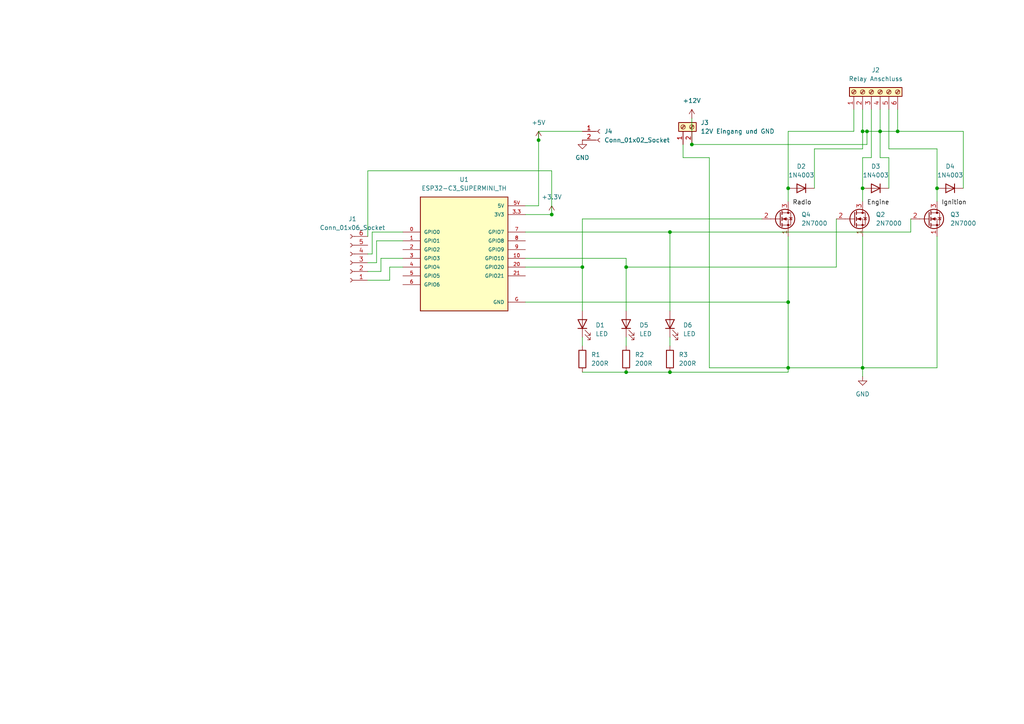
<source format=kicad_sch>
(kicad_sch (version 20250114) (generator "eeschema") (generator_version "9.0")
  (paper "A4")
  (lib_symbols
    (symbol "Connector:Conn_01x02_Socket" (pin_names (offset 1.016) (hide yes))
      (property "Reference" "J" (at 0 2.54 0))
      (property "Value" "Conn_01x02_Socket" (at 0 -5.08 0))
      (symbol "Conn_01x02_Socket_1_1"
        (polyline (pts (xy -1.27 0) (xy -0.508 0)) (stroke (width 0.1524)))
        (polyline (pts (xy -1.27 -2.54) (xy -0.508 -2.54)) (stroke (width 0.1524)))
        (arc (start 0 -0.508) (mid -0.5058 0) (end 0 0.508) (stroke (width 0.1524)))
        (arc (start 0 -3.048) (mid -0.5058 -2.54) (end 0 -2.032) (stroke (width 0.1524)))
        (pin passive line (at -5.08 0 0) (length 3.81) (name "Pin_1") (number "1"))
        (pin passive line (at -5.08 -2.54 0) (length 3.81) (name "Pin_2") (number "2"))
      )
    )
    (symbol "Connector:Conn_01x06_Socket" (pin_names (offset 1.016) (hide yes))
      (property "Reference" "J" (at 0 7.62 0))
      (property "Value" "Conn_01x06_Socket" (at 0 -10.16 0))
      (symbol "Conn_01x06_Socket_1_1"
        (polyline (pts (xy -1.27 5.08) (xy -0.508 5.08)) (stroke (width 0.1524)))
        (polyline (pts (xy -1.27 2.54) (xy -0.508 2.54)) (stroke (width 0.1524)))
        (polyline (pts (xy -1.27 0) (xy -0.508 0)) (stroke (width 0.1524)))
        (polyline (pts (xy -1.27 -2.54) (xy -0.508 -2.54)) (stroke (width 0.1524)))
        (polyline (pts (xy -1.27 -5.08) (xy -0.508 -5.08)) (stroke (width 0.1524)))
        (polyline (pts (xy -1.27 -7.62) (xy -0.508 -7.62)) (stroke (width 0.1524)))
        (arc (start 0 4.572) (mid -0.5058 5.08) (end 0 5.588) (stroke (width 0.1524)))
        (arc (start 0 2.032) (mid -0.5058 2.54) (end 0 3.048) (stroke (width 0.1524)))
        (arc (start 0 -0.508) (mid -0.5058 0) (end 0 0.508) (stroke (width 0.1524)))
        (arc (start 0 -3.048) (mid -0.5058 -2.54) (end 0 -2.032) (stroke (width 0.1524)))
        (arc (start 0 -5.588) (mid -0.5058 -5.08) (end 0 -4.572) (stroke (width 0.1524)))
        (arc (start 0 -8.128) (mid -0.5058 -7.62) (end 0 -7.112) (stroke (width 0.1524)))
        (pin passive line (at -5.08 5.08 0) (length 3.81) (name "Pin_1") (number "1"))
        (pin passive line (at -5.08 2.54 0) (length 3.81) (name "Pin_2") (number "2"))
        (pin passive line (at -5.08 0 0) (length 3.81) (name "Pin_3") (number "3"))
        (pin passive line (at -5.08 -2.54 0) (length 3.81) (name "Pin_4") (number "4"))
        (pin passive line (at -5.08 -5.08 0) (length 3.81) (name "Pin_5") (number "5"))
        (pin passive line (at -5.08 -7.62 0) (length 3.81) (name "Pin_6") (number "6"))
      )
    )
    (symbol "Connector:Screw_Terminal_01x02" (pin_names (offset 1.016) (hide yes))
      (property "Reference" "J" (at 0 2.54 0))
      (property "Value" "Screw_Terminal_01x02" (at 0 -5.08 0))
      (symbol "Screw_Terminal_01x02_1_1"
        (rectangle (start -1.27 1.27) (end 1.27 -3.81) (stroke (width 0.254)) (fill (type background)))
        (polyline (pts (xy -0.5334 0.3302) (xy 0.3302 -0.508)) (stroke (width 0.1524)))
        (polyline (pts (xy -0.5334 -2.2098) (xy 0.3302 -3.048)) (stroke (width 0.1524)))
        (polyline (pts (xy -0.3556 0.508) (xy 0.508 -0.3302)) (stroke (width 0.1524)))
        (polyline (pts (xy -0.3556 -2.032) (xy 0.508 -2.8702)) (stroke (width 0.1524)))
        (circle (center 0 0) (radius 0.635) (stroke (width 0.1524)))
        (circle (center 0 -2.54) (radius 0.635) (stroke (width 0.1524)))
        (pin passive line (at -5.08 0 0) (length 3.81) (name "Pin_1") (number "1"))
        (pin passive line (at -5.08 -2.54 0) (length 3.81) (name "Pin_2") (number "2"))
      )
    )
    (symbol "Connector:Screw_Terminal_01x06" (pin_names (offset 1.016) (hide yes))
      (property "Reference" "J" (at 0 7.62 0))
      (property "Value" "Screw_Terminal_01x06" (at 0 -10.16 0))
      (symbol "Screw_Terminal_01x06_1_1"
        (rectangle (start -1.27 6.35) (end 1.27 -8.89) (stroke (width 0.254)) (fill (type background)))
        (polyline (pts (xy -0.5334 5.4102) (xy 0.3302 4.572)) (stroke (width 0.1524)))
        (polyline (pts (xy -0.5334 2.8702) (xy 0.3302 2.032)) (stroke (width 0.1524)))
        (polyline (pts (xy -0.5334 0.3302) (xy 0.3302 -0.508)) (stroke (width 0.1524)))
        (polyline (pts (xy -0.5334 -2.2098) (xy 0.3302 -3.048)) (stroke (width 0.1524)))
        (polyline (pts (xy -0.5334 -4.7498) (xy 0.3302 -5.588)) (stroke (width 0.1524)))
        (polyline (pts (xy -0.5334 -7.2898) (xy 0.3302 -8.128)) (stroke (width 0.1524)))
        (polyline (pts (xy -0.3556 5.588) (xy 0.508 4.7498)) (stroke (width 0.1524)))
        (polyline (pts (xy -0.3556 3.048) (xy 0.508 2.2098)) (stroke (width 0.1524)))
        (polyline (pts (xy -0.3556 0.508) (xy 0.508 -0.3302)) (stroke (width 0.1524)))
        (polyline (pts (xy -0.3556 -2.032) (xy 0.508 -2.8702)) (stroke (width 0.1524)))
        (polyline (pts (xy -0.3556 -4.572) (xy 0.508 -5.4102)) (stroke (width 0.1524)))
        (polyline (pts (xy -0.3556 -7.112) (xy 0.508 -7.9502)) (stroke (width 0.1524)))
        (circle (center 0 5.08) (radius 0.635) (stroke (width 0.1524)))
        (circle (center 0 2.54) (radius 0.635) (stroke (width 0.1524)))
        (circle (center 0 0) (radius 0.635) (stroke (width 0.1524)))
        (circle (center 0 -2.54) (radius 0.635) (stroke (width 0.1524)))
        (circle (center 0 -5.08) (radius 0.635) (stroke (width 0.1524)))
        (circle (center 0 -7.62) (radius 0.635) (stroke (width 0.1524)))
        (pin passive line (at -5.08 5.08 0) (length 3.81) (name "Pin_1") (number "1"))
        (pin passive line (at -5.08 2.54 0) (length 3.81) (name "Pin_2") (number "2"))
        (pin passive line (at -5.08 0 0) (length 3.81) (name "Pin_3") (number "3"))
        (pin passive line (at -5.08 -2.54 0) (length 3.81) (name "Pin_4") (number "4"))
        (pin passive line (at -5.08 -5.08 0) (length 3.81) (name "Pin_5") (number "5"))
        (pin passive line (at -5.08 -7.62 0) (length 3.81) (name "Pin_6") (number "6"))
      )
    )
    (symbol "Device:LED" (pin_numbers (hide yes)) (pin_names (offset 1.016) (hide yes))
      (property "Reference" "D" (at 0 2.54 0))
      (property "Value" "LED" (at 0 -2.54 0))
      (symbol "LED_0_1"
        (polyline (pts (xy -3.048 -0.762) (xy -4.572 -2.286) (xy -3.81 -2.286) (xy -4.572 -2.286) (xy -4.572 -1.524)))
        (polyline (pts (xy -1.778 -0.762) (xy -3.302 -2.286) (xy -2.54 -2.286) (xy -3.302 -2.286) (xy -3.302 -1.524)))
        (polyline (pts (xy -1.27 0) (xy 1.27 0)))
        (polyline (pts (xy -1.27 -1.27) (xy -1.27 1.27)) (stroke (width 0.254)))
        (polyline (pts (xy 1.27 -1.27) (xy 1.27 1.27) (xy -1.27 0) (xy 1.27 -1.27)) (stroke (width 0.254)))
      )
      (symbol "LED_1_1"
        (pin passive line (at -3.81 0 0) (length 2.54) (name "K") (number "1"))
        (pin passive line (at 3.81 0 180) (length 2.54) (name "A") (number "2"))
      )
    )
    (symbol "Device:R" (pin_numbers (hide yes)) (pin_names (offset 0))
      (property "Reference" "R" (at 2.032 0 90))
      (property "Value" "R" (at 0 0 90))
      (symbol "R_0_1"
        (rectangle (start -1.016 -2.54) (end 1.016 2.54) (stroke (width 0.254)))
      )
      (symbol "R_1_1"
        (pin passive line (at 0 3.81 270) (length 1.27) (name "~") (number "1"))
        (pin passive line (at 0 -3.81 90) (length 1.27) (name "~") (number "2"))
      )
    )
    (symbol "Diode:1N4003" (pin_numbers (hide yes)) (pin_names (hide yes))
      (property "Reference" "D" (at 0 2.54 0))
      (property "Value" "1N4003" (at 0 -2.54 0))
      (symbol "1N4003_0_1"
        (polyline (pts (xy -1.27 1.27) (xy -1.27 -1.27)) (stroke (width 0.254)))
        (polyline (pts (xy 1.27 1.27) (xy 1.27 -1.27) (xy -1.27 0) (xy 1.27 1.27)) (stroke (width 0.254)))
        (polyline (pts (xy 1.27 0) (xy -1.27 0)))
      )
      (symbol "1N4003_1_1"
        (pin passive line (at -3.81 0 0) (length 2.54) (name "K") (number "1"))
        (pin passive line (at 3.81 0 180) (length 2.54) (name "A") (number "2"))
      )
    )
    (symbol "ESP32-C3-Supermini:ESP32-C3_SUPERMINI_TH" (pin_names (offset 1.016))
      (property "Reference" "U" (at -12.7 16.002 0))
      (property "Value" "ESP32-C3_SUPERMINI_TH" (at -12.7 -20.32 0))
      (symbol "ESP32-C3_SUPERMINI_TH_0_0"
        (rectangle (start -12.7 -17.78) (end 12.7 15.24) (stroke (width 0.254)) (fill (type background)))
        (pin bidirectional line (at -17.78 5.08 0) (length 5.08) (name "GPIO0") (number "0"))
        (pin bidirectional line (at -17.78 2.54 0) (length 5.08) (name "GPIO1") (number "1"))
        (pin bidirectional line (at -17.78 0 0) (length 5.08) (name "GPIO2") (number "2"))
        (pin bidirectional line (at -17.78 -2.54 0) (length 5.08) (name "GPIO3") (number "3"))
        (pin bidirectional line (at -17.78 -5.08 0) (length 5.08) (name "GPIO4") (number "4"))
        (pin bidirectional line (at -17.78 -7.62 0) (length 5.08) (name "GPIO5") (number "5"))
        (pin bidirectional line (at -17.78 -10.16 0) (length 5.08) (name "GPIO6") (number "6"))
        (pin power_in line (at 17.78 12.7 180) (length 5.08) (name "5V") (number "5V"))
        (pin power_in line (at 17.78 10.16 180) (length 5.08) (name "3V3") (number "3.3"))
        (pin bidirectional line (at 17.78 5.08 180) (length 5.08) (name "GPIO7") (number "7"))
        (pin bidirectional line (at 17.78 2.54 180) (length 5.08) (name "GPIO8") (number "8"))
        (pin bidirectional line (at 17.78 0 180) (length 5.08) (name "GPIO9") (number "9"))
        (pin bidirectional line (at 17.78 -2.54 180) (length 5.08) (name "GPIO10") (number "10"))
        (pin bidirectional line (at 17.78 -5.08 180) (length 5.08) (name "GPIO20") (number "20"))
        (pin bidirectional line (at 17.78 -7.62 180) (length 5.08) (name "GPIO21") (number "21"))
        (pin power_in line (at 17.78 -15.24 180) (length 5.08) (name "GND") (number "G"))
      )
    )
    (symbol "Transistor_FET:2N7000" (pin_names (hide yes))
      (property "Reference" "Q" (at 5.08 1.905 0))
      (property "Value" "2N7000" (at 5.08 0 0))
      (symbol "2N7000_0_1"
        (polyline (pts (xy 0.254 1.905) (xy 0.254 -1.905)) (stroke (width 0.254)))
        (polyline (pts (xy 0.254 0) (xy -2.54 0)))
        (polyline (pts (xy 0.762 2.286) (xy 0.762 1.27)) (stroke (width 0.254)))
        (polyline (pts (xy 0.762 0.508) (xy 0.762 -0.508)) (stroke (width 0.254)))
        (polyline (pts (xy 0.762 -1.27) (xy 0.762 -2.286)) (stroke (width 0.254)))
        (polyline (pts (xy 0.762 -1.778) (xy 3.302 -1.778) (xy 3.302 1.778) (xy 0.762 1.778)))
        (polyline (pts (xy 1.016 0) (xy 2.032 0.381) (xy 2.032 -0.381) (xy 1.016 0)) (fill (type outline)))
        (circle (center 1.651 0) (radius 2.794) (stroke (width 0.254)))
        (polyline (pts (xy 2.54 2.54) (xy 2.54 1.778)))
        (circle (center 2.54 1.778) (radius 0.254) (fill (type outline)))
        (circle (center 2.54 -1.778) (radius 0.254) (fill (type outline)))
        (polyline (pts (xy 2.54 -2.54) (xy 2.54 0) (xy 0.762 0)))
        (polyline (pts (xy 2.794 0.508) (xy 2.921 0.381) (xy 3.683 0.381) (xy 3.81 0.254)))
        (polyline (pts (xy 3.302 0.381) (xy 2.921 -0.254) (xy 3.683 -0.254) (xy 3.302 0.381)))
      )
      (symbol "2N7000_1_1"
        (pin input line (at -5.08 0 0) (length 2.54) (name "G") (number "2"))
        (pin passive line (at 2.54 5.08 270) (length 2.54) (name "D") (number "3"))
        (pin passive line (at 2.54 -5.08 90) (length 2.54) (name "S") (number "1"))
      )
    )
    (symbol "power:+12V" (power) (pin_numbers (hide yes)) (pin_names (offset 0) (hide yes))
      (property "Value" "+12V" (at 0 3.556 0))
      (symbol "+12V_0_1"
        (polyline (pts (xy -0.762 1.27) (xy 0 2.54)))
        (polyline (pts (xy 0 2.54) (xy 0.762 1.27)))
        (polyline (pts (xy 0 0) (xy 0 2.54)))
      )
      (symbol "+12V_1_1"
        (pin power_in line (at 0 0 90) (length 0) (name "~") (number "1"))
      )
    )
    (symbol "power:+3.3V" (power) (pin_numbers (hide yes)) (pin_names (offset 0) (hide yes))
      (property "Value" "+3.3V" (at 0 3.556 0))
      (symbol "+3.3V_0_1"
        (polyline (pts (xy -0.762 1.27) (xy 0 2.54)))
        (polyline (pts (xy 0 2.54) (xy 0.762 1.27)))
        (polyline (pts (xy 0 0) (xy 0 2.54)))
      )
      (symbol "+3.3V_1_1"
        (pin power_in line (at 0 0 90) (length 0) (name "~") (number "1"))
      )
    )
    (symbol "power:+5V" (power) (pin_numbers (hide yes)) (pin_names (offset 0) (hide yes))
      (property "Value" "+5V" (at 0 3.556 0))
      (symbol "+5V_0_1"
        (polyline (pts (xy -0.762 1.27) (xy 0 2.54)))
        (polyline (pts (xy 0 2.54) (xy 0.762 1.27)))
        (polyline (pts (xy 0 0) (xy 0 2.54)))
      )
      (symbol "+5V_1_1"
        (pin power_in line (at 0 0 90) (length 0) (name "~") (number "1"))
      )
    )
    (symbol "power:GND" (power) (pin_numbers (hide yes)) (pin_names (offset 0) (hide yes))
      (property "Value" "GND" (at 0 -3.81 0))
      (symbol "GND_0_1"
        (polyline (pts (xy 0 0) (xy 0 -1.27) (xy 1.27 -1.27) (xy 0 -2.54) (xy -1.27 -1.27) (xy 0 -1.27)))
      )
      (symbol "GND_1_1"
        (pin power_in line (at 0 0 270) (length 0) (name "~") (number "1"))
      )
    )
  )
  (junction (at 255.27 38.1))
  (junction (at 250.19 54.61))
  (junction (at 228.6 87.63))
  (junction (at 160.02 62.23))
  (junction (at 260.35 38.1))
  (junction (at 271.78 54.61))
  (junction (at 194.31 67.31))
  (junction (at 200.66 41.91))
  (junction (at 250.19 106.68))
  (junction (at 181.61 77.47))
  (junction (at 168.91 77.47))
  (junction (at 181.61 107.95))
  (junction (at 228.6 106.68))
  (junction (at 251.46 38.1))
  (junction (at 156.21 40.64))
  (junction (at 194.31 107.95))
  (junction (at 250.19 38.1))
  (junction (at 228.6 54.61))
  (wire (pts (xy 271.78 68.58) (xy 271.78 106.68)))
  (wire (pts (xy 260.35 31.75) (xy 260.35 38.1)))
  (wire (pts (xy 156.21 38.1) (xy 156.21 40.64)))
  (wire (pts (xy 113.03 81.28) (xy 113.03 77.47)))
  (wire (pts (xy 250.19 43.18) (xy 236.22 43.18)))
  (wire (pts (xy 168.91 97.79) (xy 168.91 100.33)))
  (wire (pts (xy 110.49 74.93) (xy 110.49 78.74)))
  (wire (pts (xy 260.35 38.1) (xy 279.4 38.1)))
  (wire (pts (xy 200.66 41.91) (xy 251.46 41.91)))
  (wire (pts (xy 168.91 63.5) (xy 220.98 63.5)))
  (wire (pts (xy 205.74 106.68) (xy 228.6 106.68)))
  (wire (pts (xy 247.65 31.75) (xy 247.65 38.1)))
  (wire (pts (xy 250.19 31.75) (xy 250.19 38.1)))
  (wire (pts (xy 251.46 38.1) (xy 251.46 41.91)))
  (wire (pts (xy 250.19 109.22) (xy 250.19 106.68)))
  (wire (pts (xy 250.19 45.72) (xy 250.19 54.61)))
  (wire (pts (xy 194.31 67.31) (xy 194.31 90.17)))
  (wire (pts (xy 181.61 107.95) (xy 194.31 107.95)))
  (wire (pts (xy 255.27 45.72) (xy 257.81 45.72)))
  (wire (pts (xy 228.6 87.63) (xy 228.6 106.68)))
  (wire (pts (xy 156.21 59.69) (xy 152.4 59.69)))
  (wire (pts (xy 110.49 78.74) (xy 106.68 78.74)))
  (wire (pts (xy 109.22 76.2) (xy 106.68 76.2)))
  (wire (pts (xy 242.57 77.47) (xy 242.57 63.5)))
  (wire (pts (xy 152.4 67.31) (xy 194.31 67.31)))
  (wire (pts (xy 255.27 38.1) (xy 260.35 38.1)))
  (wire (pts (xy 228.6 68.58) (xy 228.6 87.63)))
  (wire (pts (xy 116.84 67.31) (xy 107.95 67.31)))
  (wire (pts (xy 205.74 45.72) (xy 205.74 106.68)))
  (wire (pts (xy 160.02 62.23) (xy 152.4 62.23)))
  (wire (pts (xy 116.84 74.93) (xy 110.49 74.93)))
  (wire (pts (xy 257.81 31.75) (xy 257.81 43.18)))
  (wire (pts (xy 106.68 81.28) (xy 113.03 81.28)))
  (wire (pts (xy 152.4 74.93) (xy 181.61 74.93)))
  (wire (pts (xy 271.78 43.18) (xy 271.78 54.61)))
  (wire (pts (xy 198.12 45.72) (xy 198.12 41.91)))
  (wire (pts (xy 200.66 34.29) (xy 200.66 41.91)))
  (wire (pts (xy 251.46 38.1) (xy 255.27 38.1)))
  (wire (pts (xy 251.46 38.1) (xy 250.19 38.1)))
  (wire (pts (xy 250.19 38.1) (xy 250.19 43.18)))
  (wire (pts (xy 279.4 38.1) (xy 279.4 54.61)))
  (wire (pts (xy 168.91 77.47) (xy 168.91 90.17)))
  (wire (pts (xy 168.91 107.95) (xy 181.61 107.95)))
  (wire (pts (xy 109.22 69.85) (xy 109.22 76.2)))
  (wire (pts (xy 181.61 77.47) (xy 242.57 77.47)))
  (wire (pts (xy 252.73 31.75) (xy 252.73 45.72)))
  (wire (pts (xy 257.81 43.18) (xy 271.78 43.18)))
  (wire (pts (xy 228.6 54.61) (xy 228.6 58.42)))
  (wire (pts (xy 106.68 49.53) (xy 160.02 49.53)))
  (wire (pts (xy 152.4 77.47) (xy 168.91 77.47)))
  (wire (pts (xy 250.19 54.61) (xy 250.19 58.42)))
  (wire (pts (xy 106.68 73.66) (xy 107.95 73.66)))
  (wire (pts (xy 168.91 38.1) (xy 156.21 38.1)))
  (wire (pts (xy 271.78 106.68) (xy 250.19 106.68)))
  (wire (pts (xy 250.19 68.58) (xy 250.19 106.68)))
  (wire (pts (xy 255.27 31.75) (xy 255.27 38.1)))
  (wire (pts (xy 252.73 45.72) (xy 250.19 45.72)))
  (wire (pts (xy 107.95 67.31) (xy 107.95 73.66)))
  (wire (pts (xy 106.68 49.53) (xy 106.68 68.58)))
  (wire (pts (xy 113.03 77.47) (xy 116.84 77.47)))
  (wire (pts (xy 257.81 45.72) (xy 257.81 54.61)))
  (wire (pts (xy 247.65 38.1) (xy 228.6 38.1)))
  (wire (pts (xy 236.22 43.18) (xy 236.22 54.61)))
  (wire (pts (xy 264.16 67.31) (xy 264.16 63.5)))
  (wire (pts (xy 271.78 54.61) (xy 271.78 58.42)))
  (wire (pts (xy 228.6 38.1) (xy 228.6 54.61)))
  (wire (pts (xy 228.6 107.95) (xy 228.6 106.68)))
  (wire (pts (xy 156.21 40.64) (xy 156.21 59.69)))
  (wire (pts (xy 181.61 97.79) (xy 181.61 100.33)))
  (wire (pts (xy 181.61 74.93) (xy 181.61 77.47)))
  (wire (pts (xy 194.31 67.31) (xy 264.16 67.31)))
  (wire (pts (xy 255.27 38.1) (xy 255.27 45.72)))
  (wire (pts (xy 160.02 49.53) (xy 160.02 62.23)))
  (wire (pts (xy 181.61 77.47) (xy 181.61 90.17)))
  (wire (pts (xy 228.6 106.68) (xy 250.19 106.68)))
  (wire (pts (xy 116.84 69.85) (xy 109.22 69.85)))
  (wire (pts (xy 198.12 45.72) (xy 205.74 45.72)))
  (wire (pts (xy 194.31 97.79) (xy 194.31 100.33)))
  (wire (pts (xy 152.4 87.63) (xy 228.6 87.63)))
  (wire (pts (xy 168.91 63.5) (xy 168.91 77.47)))
  (wire (pts (xy 194.31 107.95) (xy 228.6 107.95)))
  (label "Ignition" (at 273.05 59.69 0))
  (label "Engine" (at 251.46 59.69 0))
  (label "Radio" (at 229.87 59.69 0))
  (symbol (lib_id "Connector:Conn_01x02_Socket") (at 173.99 38.1 0) (unit 1)
    (property "Reference" "J4" (at 175.26 38.0999 0) (effects (justify left)))
    (property "Value" "Conn_01x02_Socket" (at 175.26 40.6399 0) (effects (justify left)))
    (property "Footprint" "Connector_JST:JST_XH_B2B-XH-AM_1x02_P2.50mm_Vertical" (effects (hide yes)))
    (property "Description" "Generic connector, single row, 01x02, script generated" (effects (hide yes)))
  )
  (symbol (lib_id "Device:R") (at 181.61 104.14 180) (unit 1)
    (property "Reference" "R2" (at 184.15 102.8699 0) (effects (justify right)))
    (property "Value" "200R" (at 184.15 105.4099 0) (effects (justify right)))
    (property "Footprint" "Resistor_THT:R_Axial_DIN0204_L3.6mm_D1.6mm_P5.08mm_Horizontal" (effects (hide yes)))
    (property "Description" "Resistor" (effects (hide yes)))
  )
  (symbol (lib_id "Device:R") (at 168.91 104.14 180) (unit 1)
    (property "Reference" "R1" (at 171.45 102.8699 0) (effects (justify right)))
    (property "Value" "200R" (at 171.45 105.4099 0) (effects (justify right)))
    (property "Footprint" "Resistor_THT:R_Axial_DIN0204_L3.6mm_D1.6mm_P5.08mm_Horizontal" (effects (hide yes)))
    (property "Description" "Resistor" (effects (hide yes)))
  )
  (symbol (lib_id "Connector:Conn_01x06_Socket") (at 101.6 76.2 180) (unit 1)
    (property "Reference" "J1" (at 102.235 63.5 0))
    (property "Value" "Conn_01x06_Socket" (at 102.235 66.04 0))
    (property "Footprint" "Connector_JST:JST_XH_B6B-XH-AM_1x06_P2.50mm_Vertical" (effects (hide yes)))
    (property "Description" "Generic connector, single row, 01x06, script generated" (effects (hide yes)))
  )
  (symbol (lib_id "Device:LED") (at 168.91 93.98 90) (unit 1)
    (property "Reference" "D1" (at 172.72 94.2974 90) (effects (justify right)))
    (property "Value" "LED" (at 172.72 96.8374 90) (effects (justify right)))
    (property "Footprint" "LED_THT:LED_D5.0mm" (effects (hide yes)))
    (property "Description" "Light emitting diode" (effects (hide yes)))
    (property "Sim.Pins" "1=K 2=A" (effects (hide yes)))
  )
  (symbol (lib_id "power:GND") (at 168.91 40.64 0) (unit 1)
    (property "Reference" "#PWR05" (effects (hide yes)))
    (property "Value" "GND" (at 168.91 45.72 0))
    (property "Description" "Power symbol creates a global label with name \"GND\" , ground" (effects (hide yes)))
  )
  (symbol (lib_id "power:+3.3V") (at 160.02 62.23 0) (unit 1)
    (property "Reference" "#PWR02" (effects (hide yes)))
    (property "Value" "+3.3V" (at 160.02 57.15 0))
    (property "Description" "Power symbol creates a global label with name \"+3.3V\"" (effects (hide yes)))
  )
  (symbol (lib_id "Diode:1N4003") (at 275.59 54.61 180) (unit 1)
    (property "Reference" "D4" (at 275.59 48.26 0))
    (property "Value" "1N4003" (at 275.59 50.8 0))
    (property "Footprint" "Diode_THT:D_DO-41_SOD81_P10.16mm_Horizontal" (effects (hide yes)))
    (property "Datasheet" "http://www.vishay.com/docs/88503/1n4001.pdf" (effects (hide yes)))
    (property "Description" "200V 1A General Purpose Rectifier Diode, DO-41" (effects (hide yes)))
    (property "Sim.Device" "D" (effects (hide yes)))
    (property "Sim.Pins" "1=K 2=A" (effects (hide yes)))
  )
  (symbol (lib_id "Transistor_FET:2N7000") (at 247.65 63.5 0) (unit 1)
    (property "Reference" "Q2" (at 254 62.2299 0) (effects (justify left)))
    (property "Value" "2N7000" (at 254 64.7699 0) (effects (justify left)))
    (property "Footprint" "Package_TO_SOT_THT:TO-92_Inline" (effects (hide yes)))
    (property "Datasheet" "https://www.vishay.com/docs/70226/70226.pdf" (effects (hide yes)))
    (property "Description" "0.2A Id, 200V Vds, N-Channel MOSFET, 2.6V Logic Level, TO-92" (effects (hide yes)))
  )
  (symbol (lib_id "Transistor_FET:2N7000") (at 226.06 63.5 0) (unit 1)
    (property "Reference" "Q4" (at 232.41 62.2299 0) (effects (justify left)))
    (property "Value" "2N7000" (at 232.41 64.7699 0) (effects (justify left)))
    (property "Footprint" "Package_TO_SOT_THT:TO-92_Inline" (effects (hide yes)))
    (property "Datasheet" "https://www.vishay.com/docs/70226/70226.pdf" (effects (hide yes)))
    (property "Description" "0.2A Id, 200V Vds, N-Channel MOSFET, 2.6V Logic Level, TO-92" (effects (hide yes)))
  )
  (symbol (lib_id "Diode:1N4003") (at 232.41 54.61 180) (unit 1)
    (property "Reference" "D2" (at 232.41 48.26 0))
    (property "Value" "1N4003" (at 232.41 50.8 0))
    (property "Footprint" "Diode_THT:D_DO-41_SOD81_P10.16mm_Horizontal" (effects (hide yes)))
    (property "Datasheet" "http://www.vishay.com/docs/88503/1n4001.pdf" (effects (hide yes)))
    (property "Description" "200V 1A General Purpose Rectifier Diode, DO-41" (effects (hide yes)))
    (property "Sim.Device" "D" (effects (hide yes)))
    (property "Sim.Pins" "1=K 2=A" (effects (hide yes)))
  )
  (symbol (lib_id "power:+5V") (at 156.21 40.64 0) (unit 1)
    (property "Reference" "#PWR03" (effects (hide yes)))
    (property "Value" "+5V" (at 156.21 35.56 0))
    (property "Description" "Power symbol creates a global label with name \"+5V\"" (effects (hide yes)))
  )
  (symbol (lib_id "Device:LED") (at 181.61 93.98 90) (unit 1)
    (property "Reference" "D5" (at 185.42 94.2974 90) (effects (justify right)))
    (property "Value" "LED" (at 185.42 96.8374 90) (effects (justify right)))
    (property "Footprint" "LED_THT:LED_D5.0mm" (effects (hide yes)))
    (property "Description" "Light emitting diode" (effects (hide yes)))
    (property "Sim.Pins" "1=K 2=A" (effects (hide yes)))
  )
  (symbol (lib_id "Transistor_FET:2N7000") (at 269.24 63.5 0) (unit 1)
    (property "Reference" "Q3" (at 275.59 62.2299 0) (effects (justify left)))
    (property "Value" "2N7000" (at 275.59 64.7699 0) (effects (justify left)))
    (property "Footprint" "Package_TO_SOT_THT:TO-92_Inline" (effects (hide yes)))
    (property "Datasheet" "https://www.vishay.com/docs/70226/70226.pdf" (effects (hide yes)))
    (property "Description" "0.2A Id, 200V Vds, N-Channel MOSFET, 2.6V Logic Level, TO-92" (effects (hide yes)))
  )
  (symbol (lib_id "Connector:Screw_Terminal_01x02") (at 198.12 36.83 90) (unit 1)
    (property "Reference" "J3" (at 203.2 35.5599 90) (effects (justify right)))
    (property "Value" "12V Eingang und GND" (at 203.2 38.0999 90) (effects (justify right)))
    (property "Footprint" "TerminalBlock_CUI:TerminalBlock_CUI_TB007-508-02_1x02_P5.08mm_Horizontal" (effects (hide yes)))
    (property "Description" "Generic screw terminal, single row, 01x02, script generated (kicad-library-utils/schlib/autogen/connector/)" (effects (hide yes)))
  )
  (symbol (lib_id "Diode:1N4003") (at 254 54.61 180) (unit 1)
    (property "Reference" "D3" (at 254 48.26 0))
    (property "Value" "1N4003" (at 254 50.8 0))
    (property "Footprint" "Diode_THT:D_DO-41_SOD81_P10.16mm_Horizontal" (effects (hide yes)))
    (property "Datasheet" "http://www.vishay.com/docs/88503/1n4001.pdf" (effects (hide yes)))
    (property "Description" "200V 1A General Purpose Rectifier Diode, DO-41" (effects (hide yes)))
    (property "Sim.Device" "D" (effects (hide yes)))
    (property "Sim.Pins" "1=K 2=A" (effects (hide yes)))
  )
  (symbol (lib_id "Device:R") (at 194.31 104.14 180) (unit 1)
    (property "Reference" "R3" (at 196.85 102.8699 0) (effects (justify right)))
    (property "Value" "200R" (at 196.85 105.4099 0) (effects (justify right)))
    (property "Footprint" "Resistor_THT:R_Axial_DIN0204_L3.6mm_D1.6mm_P5.08mm_Horizontal" (effects (hide yes)))
    (property "Description" "Resistor" (effects (hide yes)))
  )
  (symbol (lib_id "power:GND") (at 250.19 109.22 0) (unit 1)
    (property "Reference" "#PWR04" (effects (hide yes)))
    (property "Value" "GND" (at 250.19 114.3 0))
    (property "Description" "Power symbol creates a global label with name \"GND\" , ground" (effects (hide yes)))
  )
  (symbol (lib_id "ESP32-C3-Supermini:ESP32-C3_SUPERMINI_TH") (at 134.62 72.39 0) (unit 1)
    (property "Reference" "U1" (at 134.62 52.07 0))
    (property "Value" "ESP32-C3_SUPERMINI_TH" (at 134.62 54.61 0))
    (property "Footprint" "ESP32-C3-Supermini:MODULE_ESP32-C3_SUPERMINI" (effects (hide yes)))
    (property "MF" "Espressif Systems" (effects (hide yes)))
    (property "MAXIMUM_PACKAGE_HEIGHT" "4.2mm" (effects (hide yes)))
    (property "Package" "Package" (effects (hide yes)))
    (property "Price" "None" (effects (hide yes)))
    (property "Check_prices" "https://www.snapeda.com/parts/ESP32-C3%20SuperMini_TH/Espressif+Systems/view-part/?ref=eda" (effects (hide yes)))
    (property "STANDARD" "Manufacturer Recommendations" (effects (hide yes)))
    (property "SnapEDA_Link" "https://www.snapeda.com/parts/ESP32-C3%20SuperMini_TH/Espressif+Systems/view-part/?ref=snap" (effects (hide yes)))
    (property "MP" "ESP32-C3 SuperMini_TH" (effects (hide yes)))
    (property "Description_1" "Super tiny ESP32-C3 board" (effects (hide yes)))
    (property "Availability" "Not in stock" (effects (hide yes)))
    (property "MANUFACTURER" "Espressif" (effects (hide yes)))
  )
  (symbol (lib_id "Device:LED") (at 194.31 93.98 90) (unit 1)
    (property "Reference" "D6" (at 198.12 94.2974 90) (effects (justify right)))
    (property "Value" "LED" (at 198.12 96.8374 90) (effects (justify right)))
    (property "Footprint" "LED_THT:LED_D5.0mm" (effects (hide yes)))
    (property "Description" "Light emitting diode" (effects (hide yes)))
    (property "Sim.Pins" "1=K 2=A" (effects (hide yes)))
  )
  (symbol (lib_id "Connector:Screw_Terminal_01x06") (at 252.73 26.67 90) (unit 1)
    (property "Reference" "J2" (at 254 20.32 90))
    (property "Value" "Relay Anschluss" (at 254 22.86 90))
    (property "Footprint" "TerminalBlock_CUI:TerminalBlock_CUI_TB007-508-06_1x06_P5.08mm_Horizontal" (effects (hide yes)))
    (property "Description" "Generic screw terminal, single row, 01x06, script generated (kicad-library-utils/schlib/autogen/connector/)" (effects (hide yes)))
  )
  (symbol (lib_id "power:+12V") (at 200.66 34.29 0) (unit 1)
    (property "Reference" "#PWR01" (effects (hide yes)))
    (property "Value" "+12V" (at 200.66 29.21 0))
    (property "Description" "Power symbol creates a global label with name \"+12V\"" (effects (hide yes)))
  )
)
</source>
